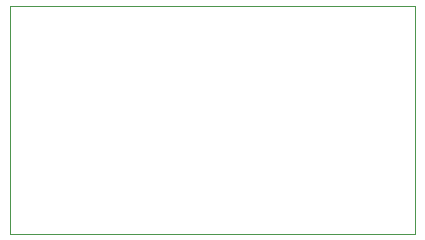
<source format=gbr>
%TF.GenerationSoftware,Altium Limited,Altium Designer,24.4.1 (13)*%
G04 Layer_Color=0*
%FSLAX45Y45*%
%MOMM*%
%TF.SameCoordinates,7B1AB626-E082-4622-BD47-E970353866B2*%
%TF.FilePolarity,Positive*%
%TF.FileFunction,Profile,NP*%
%TF.Part,Single*%
G01*
G75*
%TA.AperFunction,Profile*%
%ADD25C,0.02540*%
D25*
X6438900Y10350500D02*
Y12280900D01*
X9862500D01*
Y10350500D01*
X6438900D01*
%TF.MD5,1554e238bc5552edb7ee8ed59e64dd66*%
M02*

</source>
